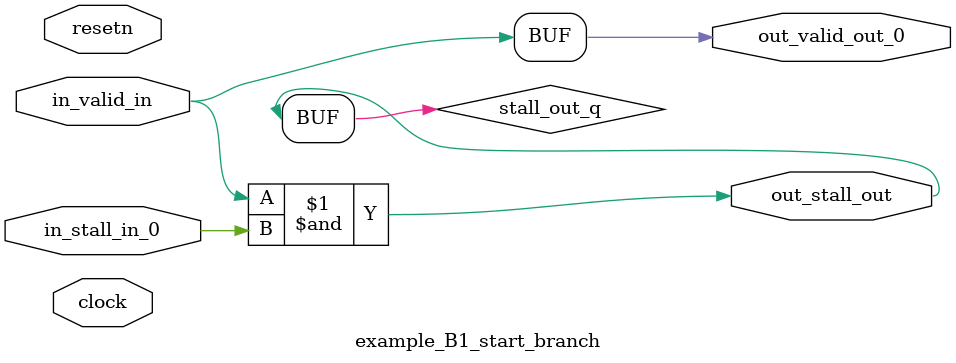
<source format=sv>



(* altera_attribute = "-name AUTO_SHIFT_REGISTER_RECOGNITION OFF; -name MESSAGE_DISABLE 10036; -name MESSAGE_DISABLE 10037; -name MESSAGE_DISABLE 14130; -name MESSAGE_DISABLE 14320; -name MESSAGE_DISABLE 15400; -name MESSAGE_DISABLE 14130; -name MESSAGE_DISABLE 10036; -name MESSAGE_DISABLE 12020; -name MESSAGE_DISABLE 12030; -name MESSAGE_DISABLE 12010; -name MESSAGE_DISABLE 12110; -name MESSAGE_DISABLE 14320; -name MESSAGE_DISABLE 13410; -name MESSAGE_DISABLE 113007; -name MESSAGE_DISABLE 10958" *)
module example_B1_start_branch (
    input wire [0:0] in_stall_in_0,
    input wire [0:0] in_valid_in,
    output wire [0:0] out_stall_out,
    output wire [0:0] out_valid_out_0,
    input wire clock,
    input wire resetn
    );

    wire [0:0] stall_out_q;


    // stall_out(LOGICAL,6)
    assign stall_out_q = in_valid_in & in_stall_in_0;

    // out_stall_out(GPOUT,4)
    assign out_stall_out = stall_out_q;

    // out_valid_out_0(GPOUT,5)
    assign out_valid_out_0 = in_valid_in;

endmodule

</source>
